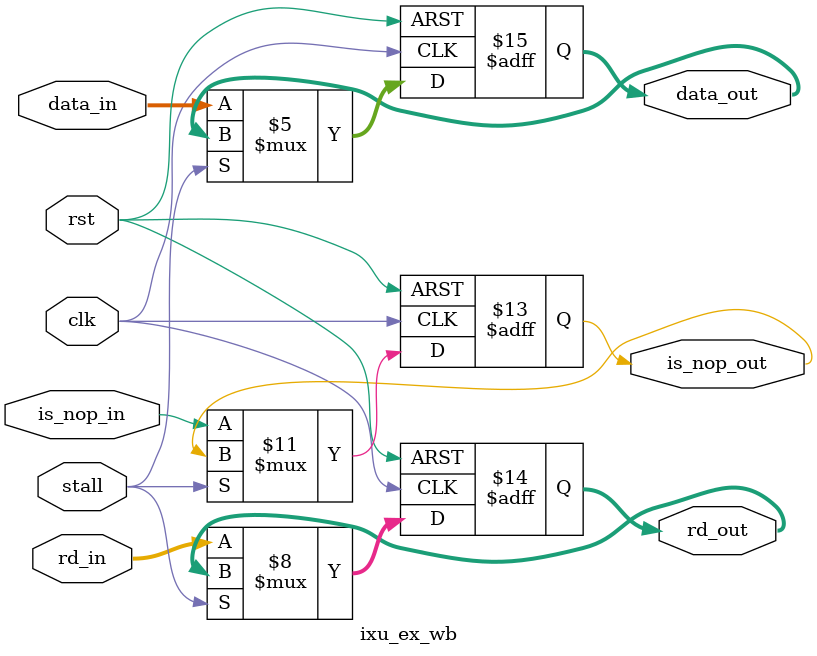
<source format=sv>
module ixu_ex_wb
(
    input   logic           clk,
    input   logic           rst,
    input   logic           stall,
    input   logic           is_nop_in,
    input   logic [4:0]     rd_in,
    input   logic [31:0]    data_in,
    output  logic           is_nop_out,
    output  logic [4:0]     rd_out,
    output  logic [31:0]    data_out
);

always_ff @(posedge clk or posedge rst) begin

    if (rst == 1'b1) begin
        // TODO:  check if issuing NOP on reset causes probs
        is_nop_out <= '1;
        rd_out <= '0;
        data_out <= '0;
    end
    else if (stall == 1'b1) begin
        is_nop_out <= is_nop_out;
        rd_out <= rd_out;
        data_out <= data_out;
    end
    else begin
        is_nop_out <= is_nop_in;
        rd_out <= rd_in;
        data_out <= data_in;
    end
end

endmodule
</source>
